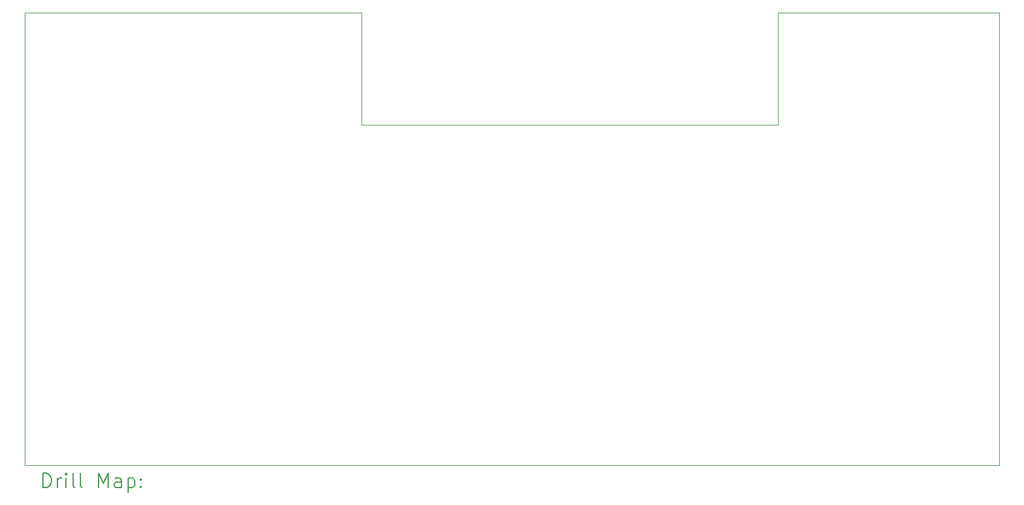
<source format=gbr>
%TF.GenerationSoftware,KiCad,Pcbnew,8.0.6*%
%TF.CreationDate,2025-06-21T10:28:06-07:00*%
%TF.ProjectId,complete_EPG,636f6d70-6c65-4746-955f-4550472e6b69,rev?*%
%TF.SameCoordinates,Original*%
%TF.FileFunction,Drillmap*%
%TF.FilePolarity,Positive*%
%FSLAX45Y45*%
G04 Gerber Fmt 4.5, Leading zero omitted, Abs format (unit mm)*
G04 Created by KiCad (PCBNEW 8.0.6) date 2025-06-21 10:28:06*
%MOMM*%
%LPD*%
G01*
G04 APERTURE LIST*
%ADD10C,0.100000*%
%ADD11C,0.200000*%
G04 APERTURE END LIST*
D10*
X6578800Y-2881700D02*
X6030800Y-2881700D01*
X1315300Y-1305700D02*
X1315300Y-7655700D01*
X11867800Y-2881700D02*
X6578800Y-2881700D01*
X14967800Y-7655700D02*
X14967800Y-1305700D01*
X6032800Y-1305700D02*
X1315300Y-1305700D01*
X11867800Y-1305700D02*
X11867800Y-2881700D01*
X6030800Y-2881700D02*
X6032800Y-1305700D01*
X14967800Y-1305700D02*
X11867800Y-1305700D01*
X1315300Y-7655700D02*
X14967800Y-7655700D01*
D11*
X1571077Y-7972184D02*
X1571077Y-7772184D01*
X1571077Y-7772184D02*
X1618696Y-7772184D01*
X1618696Y-7772184D02*
X1647267Y-7781708D01*
X1647267Y-7781708D02*
X1666315Y-7800755D01*
X1666315Y-7800755D02*
X1675839Y-7819803D01*
X1675839Y-7819803D02*
X1685362Y-7857898D01*
X1685362Y-7857898D02*
X1685362Y-7886469D01*
X1685362Y-7886469D02*
X1675839Y-7924565D01*
X1675839Y-7924565D02*
X1666315Y-7943612D01*
X1666315Y-7943612D02*
X1647267Y-7962660D01*
X1647267Y-7962660D02*
X1618696Y-7972184D01*
X1618696Y-7972184D02*
X1571077Y-7972184D01*
X1771077Y-7972184D02*
X1771077Y-7838850D01*
X1771077Y-7876946D02*
X1780601Y-7857898D01*
X1780601Y-7857898D02*
X1790124Y-7848374D01*
X1790124Y-7848374D02*
X1809172Y-7838850D01*
X1809172Y-7838850D02*
X1828220Y-7838850D01*
X1894886Y-7972184D02*
X1894886Y-7838850D01*
X1894886Y-7772184D02*
X1885362Y-7781708D01*
X1885362Y-7781708D02*
X1894886Y-7791231D01*
X1894886Y-7791231D02*
X1904410Y-7781708D01*
X1904410Y-7781708D02*
X1894886Y-7772184D01*
X1894886Y-7772184D02*
X1894886Y-7791231D01*
X2018696Y-7972184D02*
X1999648Y-7962660D01*
X1999648Y-7962660D02*
X1990124Y-7943612D01*
X1990124Y-7943612D02*
X1990124Y-7772184D01*
X2123458Y-7972184D02*
X2104410Y-7962660D01*
X2104410Y-7962660D02*
X2094886Y-7943612D01*
X2094886Y-7943612D02*
X2094886Y-7772184D01*
X2352029Y-7972184D02*
X2352029Y-7772184D01*
X2352029Y-7772184D02*
X2418696Y-7915041D01*
X2418696Y-7915041D02*
X2485363Y-7772184D01*
X2485363Y-7772184D02*
X2485363Y-7972184D01*
X2666315Y-7972184D02*
X2666315Y-7867422D01*
X2666315Y-7867422D02*
X2656791Y-7848374D01*
X2656791Y-7848374D02*
X2637744Y-7838850D01*
X2637744Y-7838850D02*
X2599648Y-7838850D01*
X2599648Y-7838850D02*
X2580601Y-7848374D01*
X2666315Y-7962660D02*
X2647267Y-7972184D01*
X2647267Y-7972184D02*
X2599648Y-7972184D01*
X2599648Y-7972184D02*
X2580601Y-7962660D01*
X2580601Y-7962660D02*
X2571077Y-7943612D01*
X2571077Y-7943612D02*
X2571077Y-7924565D01*
X2571077Y-7924565D02*
X2580601Y-7905517D01*
X2580601Y-7905517D02*
X2599648Y-7895993D01*
X2599648Y-7895993D02*
X2647267Y-7895993D01*
X2647267Y-7895993D02*
X2666315Y-7886469D01*
X2761553Y-7838850D02*
X2761553Y-8038850D01*
X2761553Y-7848374D02*
X2780601Y-7838850D01*
X2780601Y-7838850D02*
X2818696Y-7838850D01*
X2818696Y-7838850D02*
X2837743Y-7848374D01*
X2837743Y-7848374D02*
X2847267Y-7857898D01*
X2847267Y-7857898D02*
X2856791Y-7876946D01*
X2856791Y-7876946D02*
X2856791Y-7934088D01*
X2856791Y-7934088D02*
X2847267Y-7953136D01*
X2847267Y-7953136D02*
X2837743Y-7962660D01*
X2837743Y-7962660D02*
X2818696Y-7972184D01*
X2818696Y-7972184D02*
X2780601Y-7972184D01*
X2780601Y-7972184D02*
X2761553Y-7962660D01*
X2942505Y-7953136D02*
X2952029Y-7962660D01*
X2952029Y-7962660D02*
X2942505Y-7972184D01*
X2942505Y-7972184D02*
X2932982Y-7962660D01*
X2932982Y-7962660D02*
X2942505Y-7953136D01*
X2942505Y-7953136D02*
X2942505Y-7972184D01*
X2942505Y-7848374D02*
X2952029Y-7857898D01*
X2952029Y-7857898D02*
X2942505Y-7867422D01*
X2942505Y-7867422D02*
X2932982Y-7857898D01*
X2932982Y-7857898D02*
X2942505Y-7848374D01*
X2942505Y-7848374D02*
X2942505Y-7867422D01*
M02*

</source>
